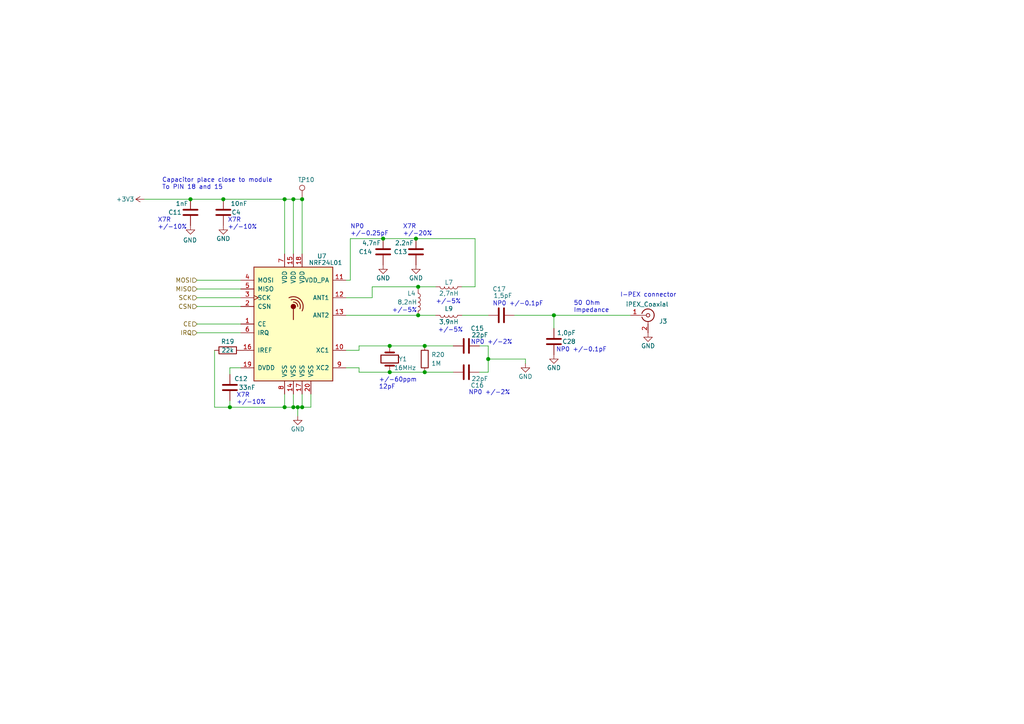
<source format=kicad_sch>
(kicad_sch (version 20211123) (generator eeschema)

  (uuid be1ad959-29f8-4c4e-9fbd-504dfc9dd2f0)

  (paper "A4")

  (lib_symbols
    (symbol "Connector:Conn_Coaxial" (pin_names (offset 1.016) hide) (in_bom yes) (on_board yes)
      (property "Reference" "J" (id 0) (at 0.254 3.048 0)
        (effects (font (size 1.27 1.27)))
      )
      (property "Value" "Conn_Coaxial" (id 1) (at 2.921 0 90)
        (effects (font (size 1.27 1.27)))
      )
      (property "Footprint" "" (id 2) (at 0 0 0)
        (effects (font (size 1.27 1.27)) hide)
      )
      (property "Datasheet" " ~" (id 3) (at 0 0 0)
        (effects (font (size 1.27 1.27)) hide)
      )
      (property "ki_keywords" "BNC SMA SMB SMC LEMO coaxial connector CINCH RCA" (id 4) (at 0 0 0)
        (effects (font (size 1.27 1.27)) hide)
      )
      (property "ki_description" "coaxial connector (BNC, SMA, SMB, SMC, Cinch/RCA, LEMO, ...)" (id 5) (at 0 0 0)
        (effects (font (size 1.27 1.27)) hide)
      )
      (property "ki_fp_filters" "*BNC* *SMA* *SMB* *SMC* *Cinch* *LEMO*" (id 6) (at 0 0 0)
        (effects (font (size 1.27 1.27)) hide)
      )
      (symbol "Conn_Coaxial_0_1"
        (arc (start -1.778 -0.508) (mid 0.222 -1.808) (end 1.778 0)
          (stroke (width 0.254) (type default) (color 0 0 0 0))
          (fill (type none))
        )
        (polyline
          (pts
            (xy -2.54 0)
            (xy -0.508 0)
          )
          (stroke (width 0) (type default) (color 0 0 0 0))
          (fill (type none))
        )
        (polyline
          (pts
            (xy 0 -2.54)
            (xy 0 -1.778)
          )
          (stroke (width 0) (type default) (color 0 0 0 0))
          (fill (type none))
        )
        (circle (center 0 0) (radius 0.508)
          (stroke (width 0.2032) (type default) (color 0 0 0 0))
          (fill (type none))
        )
        (arc (start 1.778 0) (mid 0.222 1.8083) (end -1.778 0.508)
          (stroke (width 0.254) (type default) (color 0 0 0 0))
          (fill (type none))
        )
      )
      (symbol "Conn_Coaxial_1_1"
        (pin passive line (at -5.08 0 0) (length 2.54)
          (name "In" (effects (font (size 1.27 1.27))))
          (number "1" (effects (font (size 1.27 1.27))))
        )
        (pin passive line (at 0 -5.08 90) (length 2.54)
          (name "Ext" (effects (font (size 1.27 1.27))))
          (number "2" (effects (font (size 1.27 1.27))))
        )
      )
    )
    (symbol "Connector:TestPoint" (pin_numbers hide) (pin_names (offset 0.762) hide) (in_bom yes) (on_board yes)
      (property "Reference" "TP" (id 0) (at 0 6.858 0)
        (effects (font (size 1.27 1.27)))
      )
      (property "Value" "TestPoint" (id 1) (at 0 5.08 0)
        (effects (font (size 1.27 1.27)))
      )
      (property "Footprint" "" (id 2) (at 5.08 0 0)
        (effects (font (size 1.27 1.27)) hide)
      )
      (property "Datasheet" "~" (id 3) (at 5.08 0 0)
        (effects (font (size 1.27 1.27)) hide)
      )
      (property "ki_keywords" "test point tp" (id 4) (at 0 0 0)
        (effects (font (size 1.27 1.27)) hide)
      )
      (property "ki_description" "test point" (id 5) (at 0 0 0)
        (effects (font (size 1.27 1.27)) hide)
      )
      (property "ki_fp_filters" "Pin* Test*" (id 6) (at 0 0 0)
        (effects (font (size 1.27 1.27)) hide)
      )
      (symbol "TestPoint_0_1"
        (circle (center 0 3.302) (radius 0.762)
          (stroke (width 0) (type default) (color 0 0 0 0))
          (fill (type none))
        )
      )
      (symbol "TestPoint_1_1"
        (pin passive line (at 0 0 90) (length 2.54)
          (name "1" (effects (font (size 1.27 1.27))))
          (number "1" (effects (font (size 1.27 1.27))))
        )
      )
    )
    (symbol "Device:C" (pin_numbers hide) (pin_names (offset 0.254)) (in_bom yes) (on_board yes)
      (property "Reference" "C" (id 0) (at 0.635 2.54 0)
        (effects (font (size 1.27 1.27)) (justify left))
      )
      (property "Value" "C" (id 1) (at 0.635 -2.54 0)
        (effects (font (size 1.27 1.27)) (justify left))
      )
      (property "Footprint" "" (id 2) (at 0.9652 -3.81 0)
        (effects (font (size 1.27 1.27)) hide)
      )
      (property "Datasheet" "~" (id 3) (at 0 0 0)
        (effects (font (size 1.27 1.27)) hide)
      )
      (property "ki_keywords" "cap capacitor" (id 4) (at 0 0 0)
        (effects (font (size 1.27 1.27)) hide)
      )
      (property "ki_description" "Unpolarized capacitor" (id 5) (at 0 0 0)
        (effects (font (size 1.27 1.27)) hide)
      )
      (property "ki_fp_filters" "C_*" (id 6) (at 0 0 0)
        (effects (font (size 1.27 1.27)) hide)
      )
      (symbol "C_0_1"
        (polyline
          (pts
            (xy -2.032 -0.762)
            (xy 2.032 -0.762)
          )
          (stroke (width 0.508) (type default) (color 0 0 0 0))
          (fill (type none))
        )
        (polyline
          (pts
            (xy -2.032 0.762)
            (xy 2.032 0.762)
          )
          (stroke (width 0.508) (type default) (color 0 0 0 0))
          (fill (type none))
        )
      )
      (symbol "C_1_1"
        (pin passive line (at 0 3.81 270) (length 2.794)
          (name "~" (effects (font (size 1.27 1.27))))
          (number "1" (effects (font (size 1.27 1.27))))
        )
        (pin passive line (at 0 -3.81 90) (length 2.794)
          (name "~" (effects (font (size 1.27 1.27))))
          (number "2" (effects (font (size 1.27 1.27))))
        )
      )
    )
    (symbol "Device:Crystal" (pin_numbers hide) (pin_names (offset 1.016) hide) (in_bom yes) (on_board yes)
      (property "Reference" "Y" (id 0) (at 0 3.81 0)
        (effects (font (size 1.27 1.27)))
      )
      (property "Value" "Crystal" (id 1) (at 0 -3.81 0)
        (effects (font (size 1.27 1.27)))
      )
      (property "Footprint" "" (id 2) (at 0 0 0)
        (effects (font (size 1.27 1.27)) hide)
      )
      (property "Datasheet" "~" (id 3) (at 0 0 0)
        (effects (font (size 1.27 1.27)) hide)
      )
      (property "ki_keywords" "quartz ceramic resonator oscillator" (id 4) (at 0 0 0)
        (effects (font (size 1.27 1.27)) hide)
      )
      (property "ki_description" "Two pin crystal" (id 5) (at 0 0 0)
        (effects (font (size 1.27 1.27)) hide)
      )
      (property "ki_fp_filters" "Crystal*" (id 6) (at 0 0 0)
        (effects (font (size 1.27 1.27)) hide)
      )
      (symbol "Crystal_0_1"
        (rectangle (start -1.143 2.54) (end 1.143 -2.54)
          (stroke (width 0.3048) (type default) (color 0 0 0 0))
          (fill (type none))
        )
        (polyline
          (pts
            (xy -2.54 0)
            (xy -1.905 0)
          )
          (stroke (width 0) (type default) (color 0 0 0 0))
          (fill (type none))
        )
        (polyline
          (pts
            (xy -1.905 -1.27)
            (xy -1.905 1.27)
          )
          (stroke (width 0.508) (type default) (color 0 0 0 0))
          (fill (type none))
        )
        (polyline
          (pts
            (xy 1.905 -1.27)
            (xy 1.905 1.27)
          )
          (stroke (width 0.508) (type default) (color 0 0 0 0))
          (fill (type none))
        )
        (polyline
          (pts
            (xy 2.54 0)
            (xy 1.905 0)
          )
          (stroke (width 0) (type default) (color 0 0 0 0))
          (fill (type none))
        )
      )
      (symbol "Crystal_1_1"
        (pin passive line (at -3.81 0 0) (length 1.27)
          (name "1" (effects (font (size 1.27 1.27))))
          (number "1" (effects (font (size 1.27 1.27))))
        )
        (pin passive line (at 3.81 0 180) (length 1.27)
          (name "2" (effects (font (size 1.27 1.27))))
          (number "2" (effects (font (size 1.27 1.27))))
        )
      )
    )
    (symbol "Device:L" (pin_numbers hide) (pin_names (offset 1.016) hide) (in_bom yes) (on_board yes)
      (property "Reference" "L" (id 0) (at -1.27 0 90)
        (effects (font (size 1.27 1.27)))
      )
      (property "Value" "L" (id 1) (at 1.905 0 90)
        (effects (font (size 1.27 1.27)))
      )
      (property "Footprint" "" (id 2) (at 0 0 0)
        (effects (font (size 1.27 1.27)) hide)
      )
      (property "Datasheet" "~" (id 3) (at 0 0 0)
        (effects (font (size 1.27 1.27)) hide)
      )
      (property "ki_keywords" "inductor choke coil reactor magnetic" (id 4) (at 0 0 0)
        (effects (font (size 1.27 1.27)) hide)
      )
      (property "ki_description" "Inductor" (id 5) (at 0 0 0)
        (effects (font (size 1.27 1.27)) hide)
      )
      (property "ki_fp_filters" "Choke_* *Coil* Inductor_* L_*" (id 6) (at 0 0 0)
        (effects (font (size 1.27 1.27)) hide)
      )
      (symbol "L_0_1"
        (arc (start 0 -2.54) (mid 0.635 -1.905) (end 0 -1.27)
          (stroke (width 0) (type default) (color 0 0 0 0))
          (fill (type none))
        )
        (arc (start 0 -1.27) (mid 0.635 -0.635) (end 0 0)
          (stroke (width 0) (type default) (color 0 0 0 0))
          (fill (type none))
        )
        (arc (start 0 0) (mid 0.635 0.635) (end 0 1.27)
          (stroke (width 0) (type default) (color 0 0 0 0))
          (fill (type none))
        )
        (arc (start 0 1.27) (mid 0.635 1.905) (end 0 2.54)
          (stroke (width 0) (type default) (color 0 0 0 0))
          (fill (type none))
        )
      )
      (symbol "L_1_1"
        (pin passive line (at 0 3.81 270) (length 1.27)
          (name "1" (effects (font (size 1.27 1.27))))
          (number "1" (effects (font (size 1.27 1.27))))
        )
        (pin passive line (at 0 -3.81 90) (length 1.27)
          (name "2" (effects (font (size 1.27 1.27))))
          (number "2" (effects (font (size 1.27 1.27))))
        )
      )
    )
    (symbol "Device:R" (pin_numbers hide) (pin_names (offset 0)) (in_bom yes) (on_board yes)
      (property "Reference" "R" (id 0) (at 2.032 0 90)
        (effects (font (size 1.27 1.27)))
      )
      (property "Value" "R" (id 1) (at 0 0 90)
        (effects (font (size 1.27 1.27)))
      )
      (property "Footprint" "" (id 2) (at -1.778 0 90)
        (effects (font (size 1.27 1.27)) hide)
      )
      (property "Datasheet" "~" (id 3) (at 0 0 0)
        (effects (font (size 1.27 1.27)) hide)
      )
      (property "ki_keywords" "R res resistor" (id 4) (at 0 0 0)
        (effects (font (size 1.27 1.27)) hide)
      )
      (property "ki_description" "Resistor" (id 5) (at 0 0 0)
        (effects (font (size 1.27 1.27)) hide)
      )
      (property "ki_fp_filters" "R_*" (id 6) (at 0 0 0)
        (effects (font (size 1.27 1.27)) hide)
      )
      (symbol "R_0_1"
        (rectangle (start -1.016 -2.54) (end 1.016 2.54)
          (stroke (width 0.254) (type default) (color 0 0 0 0))
          (fill (type none))
        )
      )
      (symbol "R_1_1"
        (pin passive line (at 0 3.81 270) (length 1.27)
          (name "~" (effects (font (size 1.27 1.27))))
          (number "1" (effects (font (size 1.27 1.27))))
        )
        (pin passive line (at 0 -3.81 90) (length 1.27)
          (name "~" (effects (font (size 1.27 1.27))))
          (number "2" (effects (font (size 1.27 1.27))))
        )
      )
    )
    (symbol "RF:NRF24L01" (pin_names (offset 1.016)) (in_bom yes) (on_board yes)
      (property "Reference" "U" (id 0) (at -11.43 17.78 0)
        (effects (font (size 1.27 1.27)) (justify left))
      )
      (property "Value" "NRF24L01" (id 1) (at 5.08 17.78 0)
        (effects (font (size 1.27 1.27)) (justify left))
      )
      (property "Footprint" "Package_DFN_QFN:QFN-20-1EP_4x4mm_P0.5mm_EP2.5x2.5mm" (id 2) (at 5.08 20.32 0)
        (effects (font (size 1.27 1.27) italic) (justify left) hide)
      )
      (property "Datasheet" "http://www.nordicsemi.com/eng/content/download/2730/34105/file/nRF24L01_Product_Specification_v2_0.pdf" (id 3) (at 0 2.54 0)
        (effects (font (size 1.27 1.27)) hide)
      )
      (property "ki_keywords" "Low Power RF Transciever" (id 4) (at 0 0 0)
        (effects (font (size 1.27 1.27)) hide)
      )
      (property "ki_description" "Ultra low power 2.4GHz RF Transceiver, QFN-20" (id 5) (at 0 0 0)
        (effects (font (size 1.27 1.27)) hide)
      )
      (property "ki_fp_filters" "QFN*4x4*0.5mm*" (id 6) (at 0 0 0)
        (effects (font (size 1.27 1.27)) hide)
      )
      (symbol "NRF24L01_0_1"
        (rectangle (start -11.43 16.51) (end 11.43 -16.51)
          (stroke (width 0.254) (type default) (color 0 0 0 0))
          (fill (type background))
        )
        (polyline
          (pts
            (xy 0 4.445)
            (xy 0 1.27)
          )
          (stroke (width 0.254) (type default) (color 0 0 0 0))
          (fill (type none))
        )
        (circle (center 0 5.08) (radius 0.635)
          (stroke (width 0.254) (type default) (color 0 0 0 0))
          (fill (type outline))
        )
        (arc (start 1.27 5.08) (mid 0.9109 5.9909) (end 0 6.35)
          (stroke (width 0.254) (type default) (color 0 0 0 0))
          (fill (type none))
        )
        (arc (start 1.905 4.445) (mid 1.4383 6.5183) (end -0.635 6.985)
          (stroke (width 0.254) (type default) (color 0 0 0 0))
          (fill (type none))
        )
        (arc (start 2.54 3.81) (mid 2.008 7.088) (end -1.27 7.62)
          (stroke (width 0.254) (type default) (color 0 0 0 0))
          (fill (type none))
        )
        (rectangle (start 11.43 -13.97) (end 11.43 -13.97)
          (stroke (width 0) (type default) (color 0 0 0 0))
          (fill (type none))
        )
      )
      (symbol "NRF24L01_1_1"
        (pin input line (at -15.24 0 0) (length 3.81)
          (name "CE" (effects (font (size 1.27 1.27))))
          (number "1" (effects (font (size 1.27 1.27))))
        )
        (pin passive line (at 15.24 -7.62 180) (length 3.81)
          (name "XC1" (effects (font (size 1.27 1.27))))
          (number "10" (effects (font (size 1.27 1.27))))
        )
        (pin power_out line (at 15.24 12.7 180) (length 3.81)
          (name "VDD_PA" (effects (font (size 1.27 1.27))))
          (number "11" (effects (font (size 1.27 1.27))))
        )
        (pin passive line (at 15.24 7.62 180) (length 3.81)
          (name "ANT1" (effects (font (size 1.27 1.27))))
          (number "12" (effects (font (size 1.27 1.27))))
        )
        (pin passive line (at 15.24 2.54 180) (length 3.81)
          (name "ANT2" (effects (font (size 1.27 1.27))))
          (number "13" (effects (font (size 1.27 1.27))))
        )
        (pin power_in line (at 0 -20.32 90) (length 3.81)
          (name "VSS" (effects (font (size 1.27 1.27))))
          (number "14" (effects (font (size 1.27 1.27))))
        )
        (pin power_in line (at 0 20.32 270) (length 3.81)
          (name "VDD" (effects (font (size 1.27 1.27))))
          (number "15" (effects (font (size 1.27 1.27))))
        )
        (pin passive line (at -15.24 -7.62 0) (length 3.81)
          (name "IREF" (effects (font (size 1.27 1.27))))
          (number "16" (effects (font (size 1.27 1.27))))
        )
        (pin power_in line (at 2.54 -20.32 90) (length 3.81)
          (name "VSS" (effects (font (size 1.27 1.27))))
          (number "17" (effects (font (size 1.27 1.27))))
        )
        (pin power_in line (at 2.54 20.32 270) (length 3.81)
          (name "VDD" (effects (font (size 1.27 1.27))))
          (number "18" (effects (font (size 1.27 1.27))))
        )
        (pin power_out line (at -15.24 -12.7 0) (length 3.81)
          (name "DVDD" (effects (font (size 1.27 1.27))))
          (number "19" (effects (font (size 1.27 1.27))))
        )
        (pin input line (at -15.24 5.08 0) (length 3.81)
          (name "CSN" (effects (font (size 1.27 1.27))))
          (number "2" (effects (font (size 1.27 1.27))))
        )
        (pin power_in line (at 5.08 -20.32 90) (length 3.81)
          (name "VSS" (effects (font (size 1.27 1.27))))
          (number "20" (effects (font (size 1.27 1.27))))
        )
        (pin input clock (at -15.24 7.62 0) (length 3.81)
          (name "SCK" (effects (font (size 1.27 1.27))))
          (number "3" (effects (font (size 1.27 1.27))))
        )
        (pin input line (at -15.24 12.7 0) (length 3.81)
          (name "MOSI" (effects (font (size 1.27 1.27))))
          (number "4" (effects (font (size 1.27 1.27))))
        )
        (pin output line (at -15.24 10.16 0) (length 3.81)
          (name "MISO" (effects (font (size 1.27 1.27))))
          (number "5" (effects (font (size 1.27 1.27))))
        )
        (pin output line (at -15.24 -2.54 0) (length 3.81)
          (name "IRQ" (effects (font (size 1.27 1.27))))
          (number "6" (effects (font (size 1.27 1.27))))
        )
        (pin power_in line (at -2.54 20.32 270) (length 3.81)
          (name "VDD" (effects (font (size 1.27 1.27))))
          (number "7" (effects (font (size 1.27 1.27))))
        )
        (pin power_in line (at -2.54 -20.32 90) (length 3.81)
          (name "VSS" (effects (font (size 1.27 1.27))))
          (number "8" (effects (font (size 1.27 1.27))))
        )
        (pin passive line (at 15.24 -12.7 180) (length 3.81)
          (name "XC2" (effects (font (size 1.27 1.27))))
          (number "9" (effects (font (size 1.27 1.27))))
        )
      )
    )
    (symbol "power:+3V3" (power) (pin_names (offset 0)) (in_bom yes) (on_board yes)
      (property "Reference" "#PWR" (id 0) (at 0 -3.81 0)
        (effects (font (size 1.27 1.27)) hide)
      )
      (property "Value" "+3V3" (id 1) (at 0 3.556 0)
        (effects (font (size 1.27 1.27)))
      )
      (property "Footprint" "" (id 2) (at 0 0 0)
        (effects (font (size 1.27 1.27)) hide)
      )
      (property "Datasheet" "" (id 3) (at 0 0 0)
        (effects (font (size 1.27 1.27)) hide)
      )
      (property "ki_keywords" "power-flag" (id 4) (at 0 0 0)
        (effects (font (size 1.27 1.27)) hide)
      )
      (property "ki_description" "Power symbol creates a global label with name \"+3V3\"" (id 5) (at 0 0 0)
        (effects (font (size 1.27 1.27)) hide)
      )
      (symbol "+3V3_0_1"
        (polyline
          (pts
            (xy -0.762 1.27)
            (xy 0 2.54)
          )
          (stroke (width 0) (type default) (color 0 0 0 0))
          (fill (type none))
        )
        (polyline
          (pts
            (xy 0 0)
            (xy 0 2.54)
          )
          (stroke (width 0) (type default) (color 0 0 0 0))
          (fill (type none))
        )
        (polyline
          (pts
            (xy 0 2.54)
            (xy 0.762 1.27)
          )
          (stroke (width 0) (type default) (color 0 0 0 0))
          (fill (type none))
        )
      )
      (symbol "+3V3_1_1"
        (pin power_in line (at 0 0 90) (length 0) hide
          (name "+3V3" (effects (font (size 1.27 1.27))))
          (number "1" (effects (font (size 1.27 1.27))))
        )
      )
    )
    (symbol "power:GND" (power) (pin_names (offset 0)) (in_bom yes) (on_board yes)
      (property "Reference" "#PWR" (id 0) (at 0 -6.35 0)
        (effects (font (size 1.27 1.27)) hide)
      )
      (property "Value" "GND" (id 1) (at 0 -3.81 0)
        (effects (font (size 1.27 1.27)))
      )
      (property "Footprint" "" (id 2) (at 0 0 0)
        (effects (font (size 1.27 1.27)) hide)
      )
      (property "Datasheet" "" (id 3) (at 0 0 0)
        (effects (font (size 1.27 1.27)) hide)
      )
      (property "ki_keywords" "power-flag" (id 4) (at 0 0 0)
        (effects (font (size 1.27 1.27)) hide)
      )
      (property "ki_description" "Power symbol creates a global label with name \"GND\" , ground" (id 5) (at 0 0 0)
        (effects (font (size 1.27 1.27)) hide)
      )
      (symbol "GND_0_1"
        (polyline
          (pts
            (xy 0 0)
            (xy 0 -1.27)
            (xy 1.27 -1.27)
            (xy 0 -2.54)
            (xy -1.27 -1.27)
            (xy 0 -1.27)
          )
          (stroke (width 0) (type default) (color 0 0 0 0))
          (fill (type none))
        )
      )
      (symbol "GND_1_1"
        (pin power_in line (at 0 0 270) (length 0) hide
          (name "GND" (effects (font (size 1.27 1.27))))
          (number "1" (effects (font (size 1.27 1.27))))
        )
      )
    )
  )

  (junction (at 82.55 57.785) (diameter 1.016) (color 0 0 0 0)
    (uuid 117b8cf8-9cfc-4fcf-807b-fcc5fb20a42c)
  )
  (junction (at 113.03 107.95) (diameter 1.016) (color 0 0 0 0)
    (uuid 13f30964-a0e5-4b66-a3b0-82966c8576ce)
  )
  (junction (at 86.36 118.11) (diameter 1.016) (color 0 0 0 0)
    (uuid 1613aea2-74ff-456a-8f58-2ae446640750)
  )
  (junction (at 85.09 118.11) (diameter 1.016) (color 0 0 0 0)
    (uuid 2a134ab3-6275-4421-945b-c8f4bea31494)
  )
  (junction (at 111.125 69.215) (diameter 1.016) (color 0 0 0 0)
    (uuid 4cd7fbd1-3778-4a48-ab60-c36eed16d8c5)
  )
  (junction (at 66.675 118.11) (diameter 1.016) (color 0 0 0 0)
    (uuid 5bd3fd9a-6dfb-4bec-b754-8acaba09e506)
  )
  (junction (at 121.285 91.44) (diameter 1.016) (color 0 0 0 0)
    (uuid 67ddd466-4c05-43d1-b9c1-73558050f6fc)
  )
  (junction (at 123.19 107.95) (diameter 1.016) (color 0 0 0 0)
    (uuid 69ab893d-e72a-4903-8a42-16f6b5eb229b)
  )
  (junction (at 120.65 69.215) (diameter 1.016) (color 0 0 0 0)
    (uuid 6fe3653d-0c70-4c24-9b09-50a757a60c08)
  )
  (junction (at 87.63 57.785) (diameter 1.016) (color 0 0 0 0)
    (uuid 72745e37-6398-4523-a0b8-fcae44c9df22)
  )
  (junction (at 123.19 100.33) (diameter 1.016) (color 0 0 0 0)
    (uuid 8b798044-1ece-4731-8e5b-91c47e4f5d0a)
  )
  (junction (at 87.63 118.11) (diameter 1.016) (color 0 0 0 0)
    (uuid 9eaea750-5e59-4015-bbbc-7f0606821920)
  )
  (junction (at 82.55 118.11) (diameter 1.016) (color 0 0 0 0)
    (uuid a0669899-5470-43ea-a529-f6722444bf9b)
  )
  (junction (at 160.655 91.44) (diameter 1.016) (color 0 0 0 0)
    (uuid b7cf2839-b1c0-4185-bd2b-8b40d3060ac9)
  )
  (junction (at 121.285 83.185) (diameter 1.016) (color 0 0 0 0)
    (uuid bc12d55d-3029-4430-9232-337b1a62028e)
  )
  (junction (at 85.09 57.785) (diameter 1.016) (color 0 0 0 0)
    (uuid c2fd4927-8431-4c85-b75d-1336c8306cc2)
  )
  (junction (at 64.77 57.785) (diameter 1.016) (color 0 0 0 0)
    (uuid dbe43468-eebc-441c-9a62-ca4c32a51ee8)
  )
  (junction (at 55.245 57.785) (diameter 1.016) (color 0 0 0 0)
    (uuid dd382246-183c-47cd-a1d2-b4a783a36f10)
  )
  (junction (at 113.03 100.33) (diameter 1.016) (color 0 0 0 0)
    (uuid ef79b516-f387-4bff-98aa-61eff96e72d2)
  )
  (junction (at 141.605 104.14) (diameter 1.016) (color 0 0 0 0)
    (uuid f1da6dec-d569-4cfe-b70b-354611bf1d93)
  )

  (wire (pts (xy 62.23 118.11) (xy 62.23 101.6))
    (stroke (width 0) (type solid) (color 0 0 0 0))
    (uuid 03f1d619-9499-48eb-b187-f5cda285044c)
  )
  (wire (pts (xy 66.675 118.11) (xy 62.23 118.11))
    (stroke (width 0) (type solid) (color 0 0 0 0))
    (uuid 03f1d619-9499-48eb-b187-f5cda285044d)
  )
  (wire (pts (xy 141.605 104.14) (xy 152.4 104.14))
    (stroke (width 0) (type solid) (color 0 0 0 0))
    (uuid 04fac5d6-7480-44b7-87fa-21bffd133863)
  )
  (wire (pts (xy 152.4 105.41) (xy 152.4 104.14))
    (stroke (width 0) (type solid) (color 0 0 0 0))
    (uuid 04fac5d6-7480-44b7-87fa-21bffd133864)
  )
  (wire (pts (xy 85.09 114.3) (xy 85.09 118.11))
    (stroke (width 0) (type solid) (color 0 0 0 0))
    (uuid 0615e248-bb28-4371-9eb3-afd6eeb77333)
  )
  (wire (pts (xy 57.15 81.28) (xy 69.85 81.28))
    (stroke (width 0) (type solid) (color 0 0 0 0))
    (uuid 0708150f-a769-4b48-a74f-8b9d2eec663b)
  )
  (wire (pts (xy 133.985 83.185) (xy 137.795 83.185))
    (stroke (width 0) (type solid) (color 0 0 0 0))
    (uuid 0c0c11d3-0707-4db8-844c-4abd811445e1)
  )
  (wire (pts (xy 137.795 69.215) (xy 137.795 83.185))
    (stroke (width 0) (type solid) (color 0 0 0 0))
    (uuid 0c0c11d3-0707-4db8-844c-4abd811445e2)
  )
  (wire (pts (xy 87.63 114.3) (xy 87.63 118.11))
    (stroke (width 0) (type solid) (color 0 0 0 0))
    (uuid 0df59079-63c8-4f17-8aca-89aea74cbc8a)
  )
  (wire (pts (xy 123.19 107.95) (xy 131.445 107.95))
    (stroke (width 0) (type solid) (color 0 0 0 0))
    (uuid 20a96225-6c01-48cb-b3d0-f43adbc638eb)
  )
  (wire (pts (xy 100.33 81.28) (xy 101.6 81.28))
    (stroke (width 0) (type solid) (color 0 0 0 0))
    (uuid 363fc229-28f2-497e-82fc-e4b00b945fc0)
  )
  (wire (pts (xy 101.6 69.215) (xy 101.6 81.28))
    (stroke (width 0) (type solid) (color 0 0 0 0))
    (uuid 363fc229-28f2-497e-82fc-e4b00b945fc1)
  )
  (wire (pts (xy 133.985 91.44) (xy 141.605 91.44))
    (stroke (width 0) (type solid) (color 0 0 0 0))
    (uuid 3964864a-7e85-492c-afb7-47a24e4d8601)
  )
  (wire (pts (xy 85.09 57.785) (xy 85.09 73.66))
    (stroke (width 0) (type solid) (color 0 0 0 0))
    (uuid 4e27ce61-34e6-4280-9ed3-c96ccee69ebe)
  )
  (wire (pts (xy 121.285 91.44) (xy 126.365 91.44))
    (stroke (width 0) (type solid) (color 0 0 0 0))
    (uuid 5ac22ec1-20b0-4797-b42e-23fc8960d60b)
  )
  (wire (pts (xy 160.655 91.44) (xy 160.655 95.25))
    (stroke (width 0) (type solid) (color 0 0 0 0))
    (uuid 62a3c230-44f1-4b22-b1d8-9e25b26bb47f)
  )
  (wire (pts (xy 57.15 83.82) (xy 69.85 83.82))
    (stroke (width 0) (type solid) (color 0 0 0 0))
    (uuid 6bef96a2-881b-4066-8d4b-8244cbcaa0f5)
  )
  (wire (pts (xy 104.14 106.68) (xy 100.33 106.68))
    (stroke (width 0) (type solid) (color 0 0 0 0))
    (uuid 6f0cc2d5-b930-4e11-9215-619d1e763122)
  )
  (wire (pts (xy 104.14 107.95) (xy 104.14 106.68))
    (stroke (width 0) (type solid) (color 0 0 0 0))
    (uuid 6f0cc2d5-b930-4e11-9215-619d1e763123)
  )
  (wire (pts (xy 104.14 107.95) (xy 113.03 107.95))
    (stroke (width 0) (type solid) (color 0 0 0 0))
    (uuid 6f0cc2d5-b930-4e11-9215-619d1e763124)
  )
  (wire (pts (xy 123.19 107.95) (xy 113.03 107.95))
    (stroke (width 0) (type solid) (color 0 0 0 0))
    (uuid 6f0cc2d5-b930-4e11-9215-619d1e763125)
  )
  (wire (pts (xy 139.065 100.33) (xy 141.605 100.33))
    (stroke (width 0) (type solid) (color 0 0 0 0))
    (uuid 731c52e8-e8e4-4c04-90b5-70998b41c3fd)
  )
  (wire (pts (xy 141.605 100.33) (xy 141.605 104.14))
    (stroke (width 0) (type solid) (color 0 0 0 0))
    (uuid 731c52e8-e8e4-4c04-90b5-70998b41c3fe)
  )
  (wire (pts (xy 141.605 104.14) (xy 141.605 107.95))
    (stroke (width 0) (type solid) (color 0 0 0 0))
    (uuid 731c52e8-e8e4-4c04-90b5-70998b41c3ff)
  )
  (wire (pts (xy 141.605 107.95) (xy 139.065 107.95))
    (stroke (width 0) (type solid) (color 0 0 0 0))
    (uuid 731c52e8-e8e4-4c04-90b5-70998b41c400)
  )
  (wire (pts (xy 104.14 100.33) (xy 104.14 101.6))
    (stroke (width 0) (type solid) (color 0 0 0 0))
    (uuid 824b7252-95d0-484e-b699-ff729a2f57a9)
  )
  (wire (pts (xy 104.14 100.33) (xy 113.03 100.33))
    (stroke (width 0) (type solid) (color 0 0 0 0))
    (uuid 824b7252-95d0-484e-b699-ff729a2f57aa)
  )
  (wire (pts (xy 104.14 101.6) (xy 100.33 101.6))
    (stroke (width 0) (type solid) (color 0 0 0 0))
    (uuid 824b7252-95d0-484e-b699-ff729a2f57ab)
  )
  (wire (pts (xy 123.19 100.33) (xy 113.03 100.33))
    (stroke (width 0) (type solid) (color 0 0 0 0))
    (uuid 824b7252-95d0-484e-b699-ff729a2f57ac)
  )
  (wire (pts (xy 66.675 116.205) (xy 66.675 118.11))
    (stroke (width 0) (type solid) (color 0 0 0 0))
    (uuid 825e5317-15c3-442e-b5e3-60092afa4d29)
  )
  (wire (pts (xy 66.675 118.11) (xy 82.55 118.11))
    (stroke (width 0) (type solid) (color 0 0 0 0))
    (uuid 825e5317-15c3-442e-b5e3-60092afa4d2a)
  )
  (wire (pts (xy 100.33 91.44) (xy 121.285 91.44))
    (stroke (width 0) (type solid) (color 0 0 0 0))
    (uuid 84a72599-3ebf-42f0-9cde-70e1d5316913)
  )
  (wire (pts (xy 57.15 96.52) (xy 69.85 96.52))
    (stroke (width 0) (type solid) (color 0 0 0 0))
    (uuid 8635e327-dc92-4c92-a029-14d1fff66a62)
  )
  (wire (pts (xy 66.675 106.68) (xy 69.85 106.68))
    (stroke (width 0) (type solid) (color 0 0 0 0))
    (uuid 932e274d-505d-416d-b71e-cfac15f7751c)
  )
  (wire (pts (xy 66.675 108.585) (xy 66.675 106.68))
    (stroke (width 0) (type solid) (color 0 0 0 0))
    (uuid 932e274d-505d-416d-b71e-cfac15f7751d)
  )
  (wire (pts (xy 82.55 114.3) (xy 82.55 118.11))
    (stroke (width 0) (type solid) (color 0 0 0 0))
    (uuid afb71ad3-d346-46d7-a3ed-7b7c5ee80c4f)
  )
  (wire (pts (xy 82.55 118.11) (xy 85.09 118.11))
    (stroke (width 0) (type solid) (color 0 0 0 0))
    (uuid afb71ad3-d346-46d7-a3ed-7b7c5ee80c50)
  )
  (wire (pts (xy 85.09 118.11) (xy 86.36 118.11))
    (stroke (width 0) (type solid) (color 0 0 0 0))
    (uuid afb71ad3-d346-46d7-a3ed-7b7c5ee80c51)
  )
  (wire (pts (xy 123.19 100.33) (xy 131.445 100.33))
    (stroke (width 0) (type solid) (color 0 0 0 0))
    (uuid afce293e-c13d-4fa4-b573-c19e19ec1413)
  )
  (wire (pts (xy 57.15 86.36) (xy 69.85 86.36))
    (stroke (width 0) (type solid) (color 0 0 0 0))
    (uuid afe62d05-0502-4c95-9cb6-16305a158867)
  )
  (wire (pts (xy 111.125 69.215) (xy 101.6 69.215))
    (stroke (width 0) (type solid) (color 0 0 0 0))
    (uuid b26e928f-0e29-491b-b2ed-82d240b23b26)
  )
  (wire (pts (xy 120.65 69.215) (xy 111.125 69.215))
    (stroke (width 0) (type solid) (color 0 0 0 0))
    (uuid b26e928f-0e29-491b-b2ed-82d240b23b27)
  )
  (wire (pts (xy 137.795 69.215) (xy 120.65 69.215))
    (stroke (width 0) (type solid) (color 0 0 0 0))
    (uuid b26e928f-0e29-491b-b2ed-82d240b23b28)
  )
  (wire (pts (xy 121.285 83.185) (xy 121.285 83.82))
    (stroke (width 0) (type solid) (color 0 0 0 0))
    (uuid b42f8182-b78b-4f94-b0b2-ae84df2faf00)
  )
  (wire (pts (xy 126.365 83.185) (xy 121.285 83.185))
    (stroke (width 0) (type solid) (color 0 0 0 0))
    (uuid b42f8182-b78b-4f94-b0b2-ae84df2faf01)
  )
  (wire (pts (xy 86.36 118.11) (xy 87.63 118.11))
    (stroke (width 0) (type solid) (color 0 0 0 0))
    (uuid b6cf2d05-b4d6-4cc5-bd14-7bdeb3bc9809)
  )
  (wire (pts (xy 86.36 120.65) (xy 86.36 118.11))
    (stroke (width 0) (type solid) (color 0 0 0 0))
    (uuid b6cf2d05-b4d6-4cc5-bd14-7bdeb3bc980a)
  )
  (wire (pts (xy 87.63 118.11) (xy 90.17 118.11))
    (stroke (width 0) (type solid) (color 0 0 0 0))
    (uuid b6cf2d05-b4d6-4cc5-bd14-7bdeb3bc980b)
  )
  (wire (pts (xy 90.17 118.11) (xy 90.17 114.3))
    (stroke (width 0) (type solid) (color 0 0 0 0))
    (uuid b6cf2d05-b4d6-4cc5-bd14-7bdeb3bc980c)
  )
  (wire (pts (xy 107.95 83.185) (xy 121.285 83.185))
    (stroke (width 0) (type solid) (color 0 0 0 0))
    (uuid b8ee136b-fe09-46b7-a31d-c95bde775c82)
  )
  (wire (pts (xy 107.95 86.36) (xy 107.95 83.185))
    (stroke (width 0) (type solid) (color 0 0 0 0))
    (uuid b8ee136b-fe09-46b7-a31d-c95bde775c83)
  )
  (wire (pts (xy 41.91 57.785) (xy 55.245 57.785))
    (stroke (width 0) (type solid) (color 0 0 0 0))
    (uuid c35cfa75-21a2-4838-a43c-44f854dba7ea)
  )
  (wire (pts (xy 55.245 57.785) (xy 64.77 57.785))
    (stroke (width 0) (type solid) (color 0 0 0 0))
    (uuid c35cfa75-21a2-4838-a43c-44f854dba7eb)
  )
  (wire (pts (xy 64.77 57.785) (xy 82.55 57.785))
    (stroke (width 0) (type solid) (color 0 0 0 0))
    (uuid c35cfa75-21a2-4838-a43c-44f854dba7ec)
  )
  (wire (pts (xy 82.55 57.785) (xy 85.09 57.785))
    (stroke (width 0) (type solid) (color 0 0 0 0))
    (uuid c35cfa75-21a2-4838-a43c-44f854dba7ed)
  )
  (wire (pts (xy 85.09 57.785) (xy 87.63 57.785))
    (stroke (width 0) (type solid) (color 0 0 0 0))
    (uuid c35cfa75-21a2-4838-a43c-44f854dba7ee)
  )
  (wire (pts (xy 87.63 57.785) (xy 87.63 73.66))
    (stroke (width 0) (type solid) (color 0 0 0 0))
    (uuid c35cfa75-21a2-4838-a43c-44f854dba7ef)
  )
  (wire (pts (xy 100.33 86.36) (xy 107.95 86.36))
    (stroke (width 0) (type solid) (color 0 0 0 0))
    (uuid cccf0c36-ff0b-44e2-80f4-5d65c2ea2397)
  )
  (wire (pts (xy 82.55 57.785) (xy 82.55 73.66))
    (stroke (width 0) (type solid) (color 0 0 0 0))
    (uuid e13ef057-84d1-4c3e-8030-8bcb82649937)
  )
  (wire (pts (xy 57.15 88.9) (xy 69.85 88.9))
    (stroke (width 0) (type solid) (color 0 0 0 0))
    (uuid e52a70fb-0e8e-41d4-bd18-a2d3dc69bf60)
  )
  (wire (pts (xy 57.15 93.98) (xy 69.85 93.98))
    (stroke (width 0) (type solid) (color 0 0 0 0))
    (uuid edaf068d-05c9-484c-844f-016e0772d414)
  )
  (wire (pts (xy 149.225 91.44) (xy 160.655 91.44))
    (stroke (width 0) (type solid) (color 0 0 0 0))
    (uuid fc45c970-057f-45f5-8110-63817424f990)
  )
  (wire (pts (xy 160.655 91.44) (xy 182.88 91.44))
    (stroke (width 0) (type solid) (color 0 0 0 0))
    (uuid fc45c970-057f-45f5-8110-63817424f991)
  )

  (text "NP0 +/-2%\n\n\n" (at 136.525 104.14 0)
    (effects (font (size 1.27 1.27)) (justify left bottom))
    (uuid 00624bd6-dd0a-49f7-92f5-80034b218776)
  )
  (text "+/-60ppm\n12pF\n" (at 109.855 113.03 0)
    (effects (font (size 1.27 1.27)) (justify left bottom))
    (uuid 345f6235-7aad-448f-b388-3957bbca7c2a)
  )
  (text "+/-5%\n" (at 126.365 88.265 0)
    (effects (font (size 1.27 1.27)) (justify left bottom))
    (uuid 4b5f1633-e691-4048-884d-b24cc0037a10)
  )
  (text "+/-5%\n" (at 127 96.52 0)
    (effects (font (size 1.27 1.27)) (justify left bottom))
    (uuid 4da99cb1-0ccf-4623-8e82-507c3dea0f04)
  )
  (text "NP0 +/-0.1pF\n" (at 161.29 102.235 0)
    (effects (font (size 1.27 1.27)) (justify left bottom))
    (uuid 65900b33-9395-40b1-a59c-9065c1e7939d)
  )
  (text "X7R\n+/-20%\n" (at 116.84 68.58 0)
    (effects (font (size 1.27 1.27)) (justify left bottom))
    (uuid 670dcf9f-756b-4066-a02c-c63fb8f127ad)
  )
  (text "NP0 +/-0.1pF\n" (at 142.875 88.9 0)
    (effects (font (size 1.27 1.27)) (justify left bottom))
    (uuid 69fc5a13-9535-4202-a939-bd90b50b5f0f)
  )
  (text "50 Ohm\nImpedance" (at 166.37 90.805 0)
    (effects (font (size 1.27 1.27)) (justify left bottom))
    (uuid 768ba762-c02d-4aec-8ffa-3709cdf09721)
  )
  (text "+/-5%\n" (at 113.665 90.805 0)
    (effects (font (size 1.27 1.27)) (justify left bottom))
    (uuid 77c0cfb6-04a8-443f-8cac-07716d5feccb)
  )
  (text "NP0 +/-2%\n\n\n" (at 135.89 118.745 0)
    (effects (font (size 1.27 1.27)) (justify left bottom))
    (uuid 810afab7-313e-45cf-9b4a-75f7dcc5e5c4)
  )
  (text "X7R\n+/-10%\n" (at 68.58 117.475 0)
    (effects (font (size 1.27 1.27)) (justify left bottom))
    (uuid 888bd7db-0792-453c-b17e-8fb1e2c63dc5)
  )
  (text "X7R\n+/-10%\n" (at 45.72 66.675 0)
    (effects (font (size 1.27 1.27)) (justify left bottom))
    (uuid a5e15cae-97fb-4a30-9cf0-c1ad63ca28e8)
  )
  (text "X7R\n+/-10%\n" (at 66.04 66.675 0)
    (effects (font (size 1.27 1.27)) (justify left bottom))
    (uuid b15ca52f-9206-48d8-8fe7-ba2a0b6d7899)
  )
  (text "I-PEX connector\n" (at 196.215 86.36 180)
    (effects (font (size 1.27 1.27)) (justify right bottom))
    (uuid bc4972f2-e9bb-454a-b83f-ddb8e4ed6f37)
  )
  (text "Capacitor place close to module\nTo PIN 18 and 15\n\n"
    (at 46.99 57.15 0)
    (effects (font (size 1.27 1.27)) (justify left bottom))
    (uuid c4f559f8-be01-41b1-a039-10beb505c1e1)
  )
  (text "NP0\n+/-0.25pF\n" (at 101.6 68.58 0)
    (effects (font (size 1.27 1.27)) (justify left bottom))
    (uuid ee7426b9-e836-4372-8942-7f21da904d0b)
  )

  (hierarchical_label "CSN" (shape input) (at 57.15 88.9 180)
    (effects (font (size 1.27 1.27)) (justify right))
    (uuid 3b0a116a-ef61-430e-bc05-84834c4c6c97)
  )
  (hierarchical_label "MOSI" (shape input) (at 57.15 81.28 180)
    (effects (font (size 1.27 1.27)) (justify right))
    (uuid 5236d3c2-7868-49ef-8a81-32b803691960)
  )
  (hierarchical_label "MISO" (shape input) (at 57.15 83.82 180)
    (effects (font (size 1.27 1.27)) (justify right))
    (uuid 5c970957-caeb-49cf-975f-76b39f30c2fc)
  )
  (hierarchical_label "CE" (shape input) (at 57.15 93.98 180)
    (effects (font (size 1.27 1.27)) (justify right))
    (uuid 6d1f12d9-3f13-4912-9973-bbf85fa3f37f)
  )
  (hierarchical_label "IRQ" (shape input) (at 57.15 96.52 180)
    (effects (font (size 1.27 1.27)) (justify right))
    (uuid 6ff87bc0-52bb-4c67-b3aa-258f121fd504)
  )
  (hierarchical_label "SCK" (shape input) (at 57.15 86.36 180)
    (effects (font (size 1.27 1.27)) (justify right))
    (uuid c889ab3a-5135-46b6-bc6a-8710b61d8a46)
  )

  (symbol (lib_id "Connector:Conn_Coaxial") (at 187.96 91.44 0) (unit 1)
    (in_bom yes) (on_board yes)
    (uuid 0a1608cb-cbde-4699-bfdb-da1d6897b8dd)
    (property "Reference" "J3" (id 0) (at 191.135 93.2054 0)
      (effects (font (size 1.27 1.27)) (justify left))
    )
    (property "Value" "iPEX_Coaxial" (id 1) (at 187.706 88.265 0))
    (property "Footprint" "footprints:iPEX" (id 2) (at 187.96 91.44 0)
      (effects (font (size 1.27 1.27)) hide)
    )
    (property "Datasheet" " ~" (id 3) (at 187.96 91.44 0)
      (effects (font (size 1.27 1.27)) hide)
    )
    (pin "1" (uuid 066433d4-42e2-4d76-8a84-fe5dfccde2cf))
    (pin "2" (uuid d3127310-bc42-4eb9-9dbc-6bedcfa3affc))
  )

  (symbol (lib_id "Device:R") (at 66.04 101.6 90) (unit 1)
    (in_bom yes) (on_board yes)
    (uuid 20597767-fa26-4724-9ab9-9badb8b75c79)
    (property "Reference" "R19" (id 0) (at 66.04 99.06 90))
    (property "Value" "22k" (id 1) (at 66.04 101.6 90))
    (property "Footprint" "Resistor_SMD:R_0603_1608Metric" (id 2) (at 66.04 103.378 90)
      (effects (font (size 1.27 1.27)) hide)
    )
    (property "Datasheet" "~" (id 3) (at 66.04 101.6 0)
      (effects (font (size 1.27 1.27)) hide)
    )
    (pin "1" (uuid ef1a9e28-822f-46a9-bc97-2cfb1fa1a7b8))
    (pin "2" (uuid e8ebd127-5d34-4846-bc70-e34eafb443ad))
  )

  (symbol (lib_id "power:GND") (at 160.655 102.87 0) (unit 1)
    (in_bom yes) (on_board yes) (fields_autoplaced)
    (uuid 23b4f57f-8df7-4954-9d8c-31b0ee1de120)
    (property "Reference" "#PWR0156" (id 0) (at 160.655 109.22 0)
      (effects (font (size 1.27 1.27)) hide)
    )
    (property "Value" "GND" (id 1) (at 160.655 106.68 0))
    (property "Footprint" "" (id 2) (at 160.655 102.87 0)
      (effects (font (size 1.27 1.27)) hide)
    )
    (property "Datasheet" "" (id 3) (at 160.655 102.87 0)
      (effects (font (size 1.27 1.27)) hide)
    )
    (pin "1" (uuid 70549315-d434-4dfc-9067-2e7f563bd7d6))
  )

  (symbol (lib_id "Device:L") (at 130.175 83.185 270) (unit 1)
    (in_bom yes) (on_board yes)
    (uuid 248ccffa-daaa-4efb-993f-3c7da148c8c6)
    (property "Reference" "L7" (id 0) (at 130.175 81.915 90))
    (property "Value" "2,7nH" (id 1) (at 130.175 85.09 90))
    (property "Footprint" "Inductor_SMD:L_0603_1608Metric" (id 2) (at 130.175 83.185 0)
      (effects (font (size 1.27 1.27)) hide)
    )
    (property "Datasheet" "~" (id 3) (at 130.175 83.185 0)
      (effects (font (size 1.27 1.27)) hide)
    )
    (pin "1" (uuid 7ce8305f-045d-458f-89db-aa4539123f82))
    (pin "2" (uuid e6c4f7f5-b33f-442a-ac54-13b23a653f11))
  )

  (symbol (lib_id "power:+3V3") (at 41.91 57.785 90) (unit 1)
    (in_bom yes) (on_board yes)
    (uuid 298737ac-50ba-4463-ba8d-cf75c4ee2114)
    (property "Reference" "#PWR0153" (id 0) (at 45.72 57.785 0)
      (effects (font (size 1.27 1.27)) hide)
    )
    (property "Value" "+3V3" (id 1) (at 33.655 57.7849 90)
      (effects (font (size 1.27 1.27)) (justify right))
    )
    (property "Footprint" "" (id 2) (at 41.91 57.785 0)
      (effects (font (size 1.27 1.27)) hide)
    )
    (property "Datasheet" "" (id 3) (at 41.91 57.785 0)
      (effects (font (size 1.27 1.27)) hide)
    )
    (pin "1" (uuid 069ed47c-a148-49c2-ae30-5dcb3dc6fd01))
  )

  (symbol (lib_id "Device:C") (at 55.245 61.595 180) (unit 1)
    (in_bom yes) (on_board yes)
    (uuid 298fd758-a3f9-4d0d-bc34-367dfee91028)
    (property "Reference" "C11" (id 0) (at 52.705 61.5951 0)
      (effects (font (size 1.27 1.27)) (justify left))
    )
    (property "Value" "1nF" (id 1) (at 54.61 59.055 0)
      (effects (font (size 1.27 1.27)) (justify left))
    )
    (property "Footprint" "Capacitor_SMD:C_0603_1608Metric" (id 2) (at 54.2798 57.785 0)
      (effects (font (size 1.27 1.27)) hide)
    )
    (property "Datasheet" "~" (id 3) (at 55.245 61.595 0)
      (effects (font (size 1.27 1.27)) hide)
    )
    (pin "1" (uuid a3291227-2a42-427d-98b0-f82cbd19a5dd))
    (pin "2" (uuid 49328a07-b7b9-41c1-a46e-680ecca8f0c9))
  )

  (symbol (lib_id "Device:C") (at 145.415 91.44 90) (unit 1)
    (in_bom yes) (on_board yes)
    (uuid 33bb9f2b-86f9-4e29-ac54-b6836ea3d937)
    (property "Reference" "C17" (id 0) (at 144.78 83.82 90))
    (property "Value" "1,5pF" (id 1) (at 148.59 85.725 90)
      (effects (font (size 1.27 1.27)) (justify left))
    )
    (property "Footprint" "Capacitor_SMD:C_0603_1608Metric" (id 2) (at 149.225 90.4748 0)
      (effects (font (size 1.27 1.27)) hide)
    )
    (property "Datasheet" "~" (id 3) (at 145.415 91.44 0)
      (effects (font (size 1.27 1.27)) hide)
    )
    (pin "1" (uuid 1c71aae6-5da7-405e-8e83-da7575c2e6ab))
    (pin "2" (uuid b001fe0b-7536-47f5-88d8-9faa8bf4bcc6))
  )

  (symbol (lib_id "power:GND") (at 55.245 65.405 0) (unit 1)
    (in_bom yes) (on_board yes)
    (uuid 373d4bf4-e6a7-4c3b-8d6c-ebdcf158bea4)
    (property "Reference" "#PWR0154" (id 0) (at 55.245 71.755 0)
      (effects (font (size 1.27 1.27)) hide)
    )
    (property "Value" "GND" (id 1) (at 57.15 69.6596 0)
      (effects (font (size 1.27 1.27)) (justify right))
    )
    (property "Footprint" "" (id 2) (at 55.245 65.405 0)
      (effects (font (size 1.27 1.27)) hide)
    )
    (property "Datasheet" "" (id 3) (at 55.245 65.405 0)
      (effects (font (size 1.27 1.27)) hide)
    )
    (pin "1" (uuid 92d9e837-a9aa-4418-ada0-7aa9d57f7497))
  )

  (symbol (lib_id "power:GND") (at 152.4 105.41 0) (unit 1)
    (in_bom yes) (on_board yes)
    (uuid 37c8d637-7fa1-4b5a-b39d-ee95b2f50031)
    (property "Reference" "#PWR0113" (id 0) (at 152.4 111.76 0)
      (effects (font (size 1.27 1.27)) hide)
    )
    (property "Value" "GND" (id 1) (at 152.4 109.22 0))
    (property "Footprint" "" (id 2) (at 152.4 105.41 0)
      (effects (font (size 1.27 1.27)) hide)
    )
    (property "Datasheet" "" (id 3) (at 152.4 105.41 0)
      (effects (font (size 1.27 1.27)) hide)
    )
    (pin "1" (uuid a745a41a-1a19-4169-bb15-7aed3a587f22))
  )

  (symbol (lib_id "Device:C") (at 160.655 99.06 0) (unit 1)
    (in_bom yes) (on_board yes)
    (uuid 436e384f-ede5-4471-b6e8-6508bdf27237)
    (property "Reference" "C28" (id 0) (at 167.005 99.0601 0)
      (effects (font (size 1.27 1.27)) (justify right))
    )
    (property "Value" "1,0pF" (id 1) (at 167.005 96.5201 0)
      (effects (font (size 1.27 1.27)) (justify right))
    )
    (property "Footprint" "Capacitor_SMD:C_0603_1608Metric" (id 2) (at 161.6202 102.87 0)
      (effects (font (size 1.27 1.27)) hide)
    )
    (property "Datasheet" "~" (id 3) (at 160.655 99.06 0)
      (effects (font (size 1.27 1.27)) hide)
    )
    (pin "1" (uuid 0168c191-b84d-4631-a0d1-67705c58aed6))
    (pin "2" (uuid 5cac17f8-c3b1-4f18-b56f-b9a980334d98))
  )

  (symbol (lib_id "Device:C") (at 135.255 107.95 90) (unit 1)
    (in_bom yes) (on_board yes)
    (uuid 453503ad-c23c-473b-8db1-ed8d2ddae525)
    (property "Reference" "C16" (id 0) (at 138.43 111.76 90))
    (property "Value" "22pF" (id 1) (at 141.605 109.855 90)
      (effects (font (size 1.27 1.27)) (justify left))
    )
    (property "Footprint" "Capacitor_SMD:C_0603_1608Metric" (id 2) (at 139.065 106.9848 0)
      (effects (font (size 1.27 1.27)) hide)
    )
    (property "Datasheet" "~" (id 3) (at 135.255 107.95 0)
      (effects (font (size 1.27 1.27)) hide)
    )
    (pin "1" (uuid 1bbd3092-deed-4f5d-b246-2a9b63f1c80a))
    (pin "2" (uuid 150e1ce3-be1e-42f8-8e25-024aec503da2))
  )

  (symbol (lib_id "RF:NRF24L01") (at 85.09 93.98 0) (unit 1)
    (in_bom yes) (on_board yes)
    (uuid 4a8f4d06-62eb-4587-ab05-7ce322fda9cb)
    (property "Reference" "U7" (id 0) (at 93.345 74.295 0))
    (property "Value" "NRF24L01" (id 1) (at 89.535 76.2 0)
      (effects (font (size 1.27 1.27)) (justify left))
    )
    (property "Footprint" "Package_DFN_QFN:QFN-20-1EP_4x4mm_P0.5mm_EP2.5x2.5mm" (id 2) (at 90.17 73.66 0)
      (effects (font (size 1.27 1.27) italic) (justify left) hide)
    )
    (property "Datasheet" "http://www.nordicsemi.com/eng/content/download/2730/34105/file/nRF24L01_Product_Specification_v2_0.pdf" (id 3) (at 85.09 91.44 0)
      (effects (font (size 1.27 1.27)) hide)
    )
    (pin "1" (uuid 6b12c062-36f9-400d-8031-9400aa8877f9))
    (pin "10" (uuid b1cfb813-6010-4f10-9b64-31df5a2eaf51))
    (pin "11" (uuid ba70909e-7e08-47c7-8eca-eb0fc1508057))
    (pin "12" (uuid 035da8ff-354b-4181-9456-c7789a24bb36))
    (pin "13" (uuid bfa705b4-0068-4df6-ba51-e60fa17c7105))
    (pin "14" (uuid c99cbb34-3d12-4106-ba13-0e583e28c4f9))
    (pin "15" (uuid a27515cb-b2fb-41c0-bdfa-60d72ef1a336))
    (pin "16" (uuid 3e5e7c39-3844-4b9c-a5e7-9a660bb916ae))
    (pin "17" (uuid 24b11c8c-f0e8-4b6b-8469-c0b8b123303d))
    (pin "18" (uuid c4e6eb68-0936-4c9b-abe1-01f2fa88d931))
    (pin "19" (uuid 583c4bbd-4b35-44c7-ba75-deab8c630e0e))
    (pin "2" (uuid 3f63382c-7ce1-45ee-90cb-cc78f380bccf))
    (pin "20" (uuid fbc4aff8-904b-4de2-92e1-1dd22b87dfe0))
    (pin "3" (uuid c5e59675-9a71-4420-8319-9627fbcf5b4a))
    (pin "4" (uuid 315035d7-742d-4ca4-9846-ecd8ea8e9dfa))
    (pin "5" (uuid 73ff9e43-6bf5-44ac-8daa-c66b1def8e5f))
    (pin "6" (uuid 78b5b02d-6292-48e3-8240-72001f463348))
    (pin "7" (uuid e528447c-360f-4fb8-ab16-03d9f88b072b))
    (pin "8" (uuid 0d610600-eed7-481f-b066-73c32da9c377))
    (pin "9" (uuid 7a6b9e94-3ff4-4bd7-aeb5-fb047d026031))
  )

  (symbol (lib_id "Device:Crystal") (at 113.03 104.14 90) (unit 1)
    (in_bom yes) (on_board yes)
    (uuid 4efde240-0129-4a03-8611-0bce3182472a)
    (property "Reference" "Y1" (id 0) (at 115.5699 104.14 90)
      (effects (font (size 1.27 1.27)) (justify right))
    )
    (property "Value" "16MHz" (id 1) (at 117.475 106.68 90))
    (property "Footprint" "TCY_Cristal:Kyocera AVX CX3225SB16" (id 2) (at 113.03 104.14 0)
      (effects (font (size 1.27 1.27)) hide)
    )
    (property "Datasheet" "~" (id 3) (at 113.03 104.14 0)
      (effects (font (size 1.27 1.27)) hide)
    )
    (pin "1" (uuid 0cbf313f-82f7-47c8-b0f6-230af3ad695b))
    (pin "2" (uuid 29457a17-c7b1-4642-ae64-94d955f422d2))
  )

  (symbol (lib_id "Device:C") (at 111.125 73.025 180) (unit 1)
    (in_bom yes) (on_board yes)
    (uuid 6dc1769c-74e5-433b-a2da-9bf999129d35)
    (property "Reference" "C14" (id 0) (at 107.95 73.0251 0)
      (effects (font (size 1.27 1.27)) (justify left))
    )
    (property "Value" "4,7nF" (id 1) (at 110.49 70.485 0)
      (effects (font (size 1.27 1.27)) (justify left))
    )
    (property "Footprint" "Capacitor_SMD:C_0603_1608Metric" (id 2) (at 110.1598 69.215 0)
      (effects (font (size 1.27 1.27)) hide)
    )
    (property "Datasheet" "~" (id 3) (at 111.125 73.025 0)
      (effects (font (size 1.27 1.27)) hide)
    )
    (pin "1" (uuid e4e803e1-c9e9-4967-8765-d3ce37f047ae))
    (pin "2" (uuid 663872e9-6aea-4cc9-93bb-a58da7820f42))
  )

  (symbol (lib_id "Device:C") (at 135.255 100.33 90) (unit 1)
    (in_bom yes) (on_board yes)
    (uuid 81ca90a2-dd03-4ed7-9e61-ad3743e1d3d0)
    (property "Reference" "C15" (id 0) (at 138.43 95.25 90))
    (property "Value" "22pF" (id 1) (at 141.605 97.155 90)
      (effects (font (size 1.27 1.27)) (justify left))
    )
    (property "Footprint" "Capacitor_SMD:C_0603_1608Metric" (id 2) (at 139.065 99.3648 0)
      (effects (font (size 1.27 1.27)) hide)
    )
    (property "Datasheet" "~" (id 3) (at 135.255 100.33 0)
      (effects (font (size 1.27 1.27)) hide)
    )
    (pin "1" (uuid 8b3a1753-6a1f-4f07-bd46-5b090124b6b8))
    (pin "2" (uuid a0e1eb4a-0529-41d2-a886-2b12702706eb))
  )

  (symbol (lib_id "Device:L") (at 121.285 87.63 0) (unit 1)
    (in_bom yes) (on_board yes)
    (uuid 8385c5be-ad2a-4073-8739-1b9b7161b177)
    (property "Reference" "L4" (id 0) (at 118.11 85.0899 0)
      (effects (font (size 1.27 1.27)) (justify left))
    )
    (property "Value" "8,2nH" (id 1) (at 118.11 87.63 0))
    (property "Footprint" "Inductor_SMD:L_0603_1608Metric" (id 2) (at 121.285 87.63 0)
      (effects (font (size 1.27 1.27)) hide)
    )
    (property "Datasheet" "~" (id 3) (at 121.285 87.63 0)
      (effects (font (size 1.27 1.27)) hide)
    )
    (pin "1" (uuid 1a9550e4-0450-463a-b636-385c8c398a72))
    (pin "2" (uuid 1cd827a2-08b0-4128-875a-37ab5ca332b2))
  )

  (symbol (lib_id "power:GND") (at 86.36 120.65 0) (unit 1)
    (in_bom yes) (on_board yes) (fields_autoplaced)
    (uuid 924fc6a7-3986-4a7b-8bde-ec57e11f2a9e)
    (property "Reference" "#PWR0109" (id 0) (at 86.36 127 0)
      (effects (font (size 1.27 1.27)) hide)
    )
    (property "Value" "GND" (id 1) (at 86.36 124.46 0))
    (property "Footprint" "" (id 2) (at 86.36 120.65 0)
      (effects (font (size 1.27 1.27)) hide)
    )
    (property "Datasheet" "" (id 3) (at 86.36 120.65 0)
      (effects (font (size 1.27 1.27)) hide)
    )
    (pin "1" (uuid 3fdfe386-c966-42bc-b88c-d61ed9492090))
  )

  (symbol (lib_id "Device:L") (at 130.175 91.44 270) (unit 1)
    (in_bom yes) (on_board yes)
    (uuid 95b69d1e-d500-494e-8b30-92d11d23b835)
    (property "Reference" "L9" (id 0) (at 130.175 89.535 90))
    (property "Value" "3,9nH" (id 1) (at 130.175 93.345 90))
    (property "Footprint" "Inductor_SMD:L_0603_1608Metric" (id 2) (at 130.175 91.44 0)
      (effects (font (size 1.27 1.27)) hide)
    )
    (property "Datasheet" "~" (id 3) (at 130.175 91.44 0)
      (effects (font (size 1.27 1.27)) hide)
    )
    (pin "1" (uuid fae6b974-766b-43df-a145-cfa24b22edbd))
    (pin "2" (uuid d51b802c-fbac-469f-a5ca-5e1f70bb17b6))
  )

  (symbol (lib_id "Device:R") (at 123.19 104.14 0) (unit 1)
    (in_bom yes) (on_board yes) (fields_autoplaced)
    (uuid 977777f6-db3d-4e94-9bf5-ee58bee35c93)
    (property "Reference" "R20" (id 0) (at 125.095 102.8699 0)
      (effects (font (size 1.27 1.27)) (justify left))
    )
    (property "Value" "1M" (id 1) (at 125.095 105.4099 0)
      (effects (font (size 1.27 1.27)) (justify left))
    )
    (property "Footprint" "Resistor_SMD:R_0603_1608Metric" (id 2) (at 121.412 104.14 90)
      (effects (font (size 1.27 1.27)) hide)
    )
    (property "Datasheet" "~" (id 3) (at 123.19 104.14 0)
      (effects (font (size 1.27 1.27)) hide)
    )
    (pin "1" (uuid 2d8412a2-d368-4d19-9a17-9dd9f697c320))
    (pin "2" (uuid 18c641ef-88a7-445f-a406-bd624f55275b))
  )

  (symbol (lib_id "power:GND") (at 187.96 96.52 0) (unit 1)
    (in_bom yes) (on_board yes) (fields_autoplaced)
    (uuid 9c92da89-7420-4dc0-ba14-b8fa2c2944a3)
    (property "Reference" "#PWR0143" (id 0) (at 187.96 102.87 0)
      (effects (font (size 1.27 1.27)) hide)
    )
    (property "Value" "GND" (id 1) (at 187.96 100.33 0))
    (property "Footprint" "" (id 2) (at 187.96 96.52 0)
      (effects (font (size 1.27 1.27)) hide)
    )
    (property "Datasheet" "" (id 3) (at 187.96 96.52 0)
      (effects (font (size 1.27 1.27)) hide)
    )
    (pin "1" (uuid 057f7e85-4945-4d7f-ac4c-fc9715a38e3f))
  )

  (symbol (lib_id "power:GND") (at 120.65 76.835 0) (unit 1)
    (in_bom yes) (on_board yes) (fields_autoplaced)
    (uuid 9edac9fc-95e3-4fbe-bc87-d1f25cc28255)
    (property "Reference" "#PWR0115" (id 0) (at 120.65 83.185 0)
      (effects (font (size 1.27 1.27)) hide)
    )
    (property "Value" "GND" (id 1) (at 120.65 80.645 0))
    (property "Footprint" "" (id 2) (at 120.65 76.835 0)
      (effects (font (size 1.27 1.27)) hide)
    )
    (property "Datasheet" "" (id 3) (at 120.65 76.835 0)
      (effects (font (size 1.27 1.27)) hide)
    )
    (pin "1" (uuid 474cb37b-be4d-41af-ac6b-57b4656a0d97))
  )

  (symbol (lib_id "Connector:TestPoint") (at 87.63 57.785 0) (unit 1)
    (in_bom yes) (on_board yes)
    (uuid b73c7c18-79de-4f23-b1fd-7f760c2923a5)
    (property "Reference" "TP10" (id 0) (at 86.36 52.1334 0)
      (effects (font (size 1.27 1.27)) (justify left))
    )
    (property "Value" "~" (id 1) (at 87.63 52.705 0))
    (property "Footprint" "TCY_Connector:TestPoint_Pad_D0.5mm" (id 2) (at 92.71 57.785 0)
      (effects (font (size 1.27 1.27)) hide)
    )
    (property "Datasheet" "~" (id 3) (at 92.71 57.785 0)
      (effects (font (size 1.27 1.27)) hide)
    )
    (pin "1" (uuid dd7063fe-3d20-499a-ad5c-93bd90a8f98c))
  )

  (symbol (lib_id "Device:C") (at 66.675 112.395 0) (unit 1)
    (in_bom yes) (on_board yes)
    (uuid bb177fc1-6d22-4a12-abcd-05affc45cc16)
    (property "Reference" "C12" (id 0) (at 67.945 109.8549 0)
      (effects (font (size 1.27 1.27)) (justify left))
    )
    (property "Value" "33nF" (id 1) (at 69.215 112.395 0)
      (effects (font (size 1.27 1.27)) (justify left))
    )
    (property "Footprint" "Capacitor_SMD:C_0603_1608Metric" (id 2) (at 67.6402 116.205 0)
      (effects (font (size 1.27 1.27)) hide)
    )
    (property "Datasheet" "~" (id 3) (at 66.675 112.395 0)
      (effects (font (size 1.27 1.27)) hide)
    )
    (pin "1" (uuid 684f7e80-354c-48a0-ad3a-97c94df29c33))
    (pin "2" (uuid ee38c0f6-9bf9-4237-86ad-1095e03d951c))
  )

  (symbol (lib_id "Device:C") (at 64.77 61.595 180) (unit 1)
    (in_bom yes) (on_board yes)
    (uuid c8d3ef96-508e-40cc-8329-0815292fcf9b)
    (property "Reference" "C4" (id 0) (at 69.85 61.5951 0)
      (effects (font (size 1.27 1.27)) (justify left))
    )
    (property "Value" "10nF" (id 1) (at 71.755 59.055 0)
      (effects (font (size 1.27 1.27)) (justify left))
    )
    (property "Footprint" "Capacitor_SMD:C_0603_1608Metric" (id 2) (at 63.8048 57.785 0)
      (effects (font (size 1.27 1.27)) hide)
    )
    (property "Datasheet" "~" (id 3) (at 64.77 61.595 0)
      (effects (font (size 1.27 1.27)) hide)
    )
    (pin "1" (uuid c9584122-ba7a-4efa-8e07-16786a924f00))
    (pin "2" (uuid 4df850ec-3001-4617-940c-793d32fc81f0))
  )

  (symbol (lib_id "power:GND") (at 111.125 76.835 0) (unit 1)
    (in_bom yes) (on_board yes) (fields_autoplaced)
    (uuid ddaaca7b-e77d-4459-93ec-cad88fd1e7a2)
    (property "Reference" "#PWR0155" (id 0) (at 111.125 83.185 0)
      (effects (font (size 1.27 1.27)) hide)
    )
    (property "Value" "GND" (id 1) (at 111.125 80.645 0))
    (property "Footprint" "" (id 2) (at 111.125 76.835 0)
      (effects (font (size 1.27 1.27)) hide)
    )
    (property "Datasheet" "" (id 3) (at 111.125 76.835 0)
      (effects (font (size 1.27 1.27)) hide)
    )
    (pin "1" (uuid f98a170d-dde3-4388-87d9-3a728e66e8b1))
  )

  (symbol (lib_id "power:GND") (at 64.77 65.405 0) (unit 1)
    (in_bom yes) (on_board yes) (fields_autoplaced)
    (uuid e8a68ba2-0298-4b32-8af1-f23966f22bb9)
    (property "Reference" "#PWR0110" (id 0) (at 64.77 71.755 0)
      (effects (font (size 1.27 1.27)) hide)
    )
    (property "Value" "GND" (id 1) (at 64.77 69.215 0))
    (property "Footprint" "" (id 2) (at 64.77 65.405 0)
      (effects (font (size 1.27 1.27)) hide)
    )
    (property "Datasheet" "" (id 3) (at 64.77 65.405 0)
      (effects (font (size 1.27 1.27)) hide)
    )
    (pin "1" (uuid 9a011fc5-cbcb-4018-ab6f-a5f659d77cb3))
  )

  (symbol (lib_id "Device:C") (at 120.65 73.025 180) (unit 1)
    (in_bom yes) (on_board yes)
    (uuid f3bbe401-051b-4e0e-a07e-a07fc31f4ead)
    (property "Reference" "C13" (id 0) (at 118.11 73.0251 0)
      (effects (font (size 1.27 1.27)) (justify left))
    )
    (property "Value" "2.2nF" (id 1) (at 120.015 70.485 0)
      (effects (font (size 1.27 1.27)) (justify left))
    )
    (property "Footprint" "Capacitor_SMD:C_0603_1608Metric" (id 2) (at 119.6848 69.215 0)
      (effects (font (size 1.27 1.27)) hide)
    )
    (property "Datasheet" "~" (id 3) (at 120.65 73.025 0)
      (effects (font (size 1.27 1.27)) hide)
    )
    (pin "1" (uuid 91d957db-957d-4644-a34b-362a73d9ac48))
    (pin "2" (uuid a9907f7a-9b29-4eac-b8c3-a3a1e4380ad0))
  )
)

</source>
